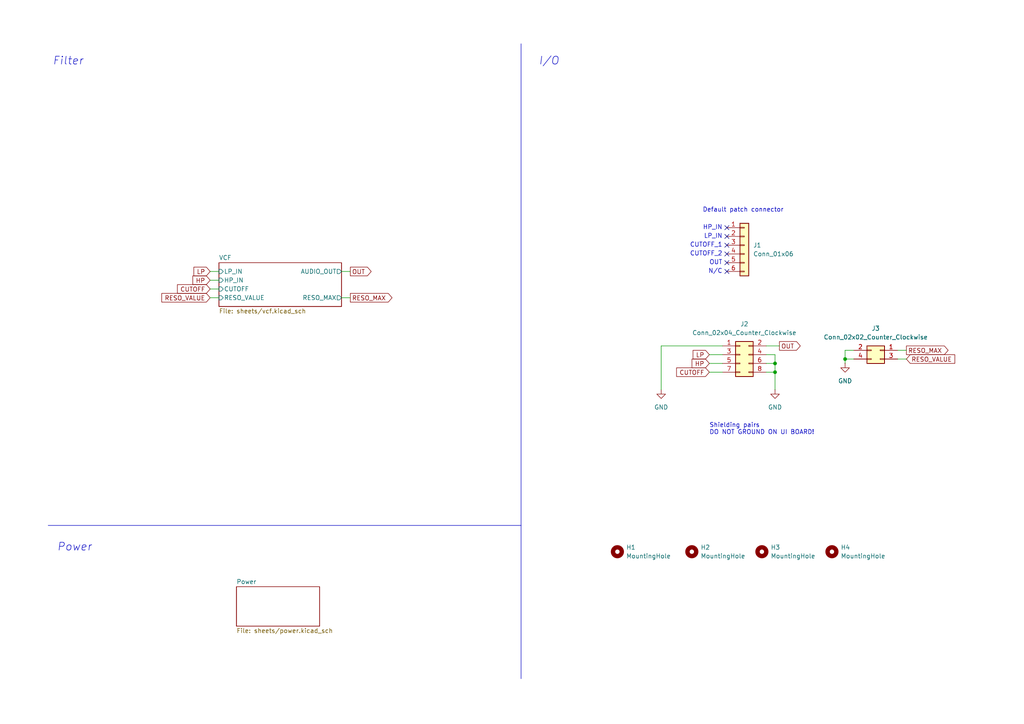
<source format=kicad_sch>
(kicad_sch (version 20250114) (generator "eeschema") (generator_version "9.0")
  (paper "A4")
  (lib_symbols
    (symbol "Connector_Generic:Conn_01x06" (pin_names (offset 1.016) (hide yes))
      (property "Reference" "J" (at 0 7.62 0))
      (property "Value" "Conn_01x06" (at 0 -10.16 0))
      (symbol "Conn_01x06_1_1"
        (rectangle (start -1.27 6.35) (end 1.27 -8.89) (stroke (width 0.254)) (fill (type background)))
        (rectangle (start -1.27 5.207) (end 0 4.953) (stroke (width 0.1524)))
        (rectangle (start -1.27 2.667) (end 0 2.413) (stroke (width 0.1524)))
        (rectangle (start -1.27 0.127) (end 0 -0.127) (stroke (width 0.1524)))
        (rectangle (start -1.27 -2.413) (end 0 -2.667) (stroke (width 0.1524)))
        (rectangle (start -1.27 -4.953) (end 0 -5.207) (stroke (width 0.1524)))
        (rectangle (start -1.27 -7.493) (end 0 -7.747) (stroke (width 0.1524)))
        (pin passive line (at -5.08 5.08 0) (length 3.81) (name "Pin_1") (number "1"))
        (pin passive line (at -5.08 2.54 0) (length 3.81) (name "Pin_2") (number "2"))
        (pin passive line (at -5.08 0 0) (length 3.81) (name "Pin_3") (number "3"))
        (pin passive line (at -5.08 -2.54 0) (length 3.81) (name "Pin_4") (number "4"))
        (pin passive line (at -5.08 -5.08 0) (length 3.81) (name "Pin_5") (number "5"))
        (pin passive line (at -5.08 -7.62 0) (length 3.81) (name "Pin_6") (number "6"))
      )
    )
    (symbol "Connector_Generic:Conn_02x02_Odd_Even" (pin_names (offset 1.016) (hide yes))
      (property "Reference" "J" (at 1.27 2.54 0))
      (property "Value" "Conn_02x02_Odd_Even" (at 1.27 -5.08 0))
      (symbol "Conn_02x02_Odd_Even_1_1"
        (rectangle (start -1.27 1.27) (end 3.81 -3.81) (stroke (width 0.254)) (fill (type background)))
        (rectangle (start -1.27 0.127) (end 0 -0.127) (stroke (width 0.1524)))
        (rectangle (start -1.27 -2.413) (end 0 -2.667) (stroke (width 0.1524)))
        (rectangle (start 3.81 0.127) (end 2.54 -0.127) (stroke (width 0.1524)))
        (rectangle (start 3.81 -2.413) (end 2.54 -2.667) (stroke (width 0.1524)))
        (pin passive line (at -5.08 0 0) (length 3.81) (name "Pin_1") (number "1"))
        (pin passive line (at -5.08 -2.54 0) (length 3.81) (name "Pin_3") (number "3"))
        (pin passive line (at 7.62 0 180) (length 3.81) (name "Pin_2") (number "2"))
        (pin passive line (at 7.62 -2.54 180) (length 3.81) (name "Pin_4") (number "4"))
      )
    )
    (symbol "Connector_Generic:Conn_02x04_Odd_Even" (pin_names (offset 1.016) (hide yes))
      (property "Reference" "J" (at 1.27 5.08 0))
      (property "Value" "Conn_02x04_Odd_Even" (at 1.27 -7.62 0))
      (symbol "Conn_02x04_Odd_Even_1_1"
        (rectangle (start -1.27 3.81) (end 3.81 -6.35) (stroke (width 0.254)) (fill (type background)))
        (rectangle (start -1.27 2.667) (end 0 2.413) (stroke (width 0.1524)))
        (rectangle (start -1.27 0.127) (end 0 -0.127) (stroke (width 0.1524)))
        (rectangle (start -1.27 -2.413) (end 0 -2.667) (stroke (width 0.1524)))
        (rectangle (start -1.27 -4.953) (end 0 -5.207) (stroke (width 0.1524)))
        (rectangle (start 3.81 2.667) (end 2.54 2.413) (stroke (width 0.1524)))
        (rectangle (start 3.81 0.127) (end 2.54 -0.127) (stroke (width 0.1524)))
        (rectangle (start 3.81 -2.413) (end 2.54 -2.667) (stroke (width 0.1524)))
        (rectangle (start 3.81 -4.953) (end 2.54 -5.207) (stroke (width 0.1524)))
        (pin passive line (at -5.08 2.54 0) (length 3.81) (name "Pin_1") (number "1"))
        (pin passive line (at -5.08 0 0) (length 3.81) (name "Pin_3") (number "3"))
        (pin passive line (at -5.08 -2.54 0) (length 3.81) (name "Pin_5") (number "5"))
        (pin passive line (at -5.08 -5.08 0) (length 3.81) (name "Pin_7") (number "7"))
        (pin passive line (at 7.62 2.54 180) (length 3.81) (name "Pin_2") (number "2"))
        (pin passive line (at 7.62 0 180) (length 3.81) (name "Pin_4") (number "4"))
        (pin passive line (at 7.62 -2.54 180) (length 3.81) (name "Pin_6") (number "6"))
        (pin passive line (at 7.62 -5.08 180) (length 3.81) (name "Pin_8") (number "8"))
      )
    )
    (symbol "Mechanical:MountingHole" (pin_names (offset 1.016)) (in_bom no)
      (property "Reference" "H" (at 0 5.08 0))
      (property "Value" "MountingHole" (at 0 3.175 0))
      (symbol "MountingHole_0_1"
        (circle (center 0 0) (radius 1.27) (stroke (width 1.27)))
      )
    )
    (symbol "power:GND" (power) (pin_numbers (hide yes)) (pin_names (offset 0) (hide yes))
      (property "Value" "GND" (at 0 -3.81 0))
      (symbol "GND_0_1"
        (polyline (pts (xy 0 0) (xy 0 -1.27) (xy 1.27 -1.27) (xy 0 -2.54) (xy -1.27 -1.27) (xy 0 -1.27)))
      )
      (symbol "GND_1_1"
        (pin power_in line (at 0 0 270) (length 0) (name "~") (number "1"))
      )
    )
  )
  (text "Power" (at 16.51 158.75 0) (effects (font (size 2.27 2.27) (italic yes)) (justify left)))
  (text "CUTOFF_1" (at 209.55 71.12 0) (effects (font (size 1.27 1.27)) (justify right)))
  (text "Default patch connector" (at 227.33 60.96 0) (effects (font (size 1.27 1.27)) (justify right)))
  (text "N/C" (at 209.55 78.74 0) (effects (font (size 1.27 1.27)) (justify right)))
  (text "HP_IN" (at 209.55 66.04 0) (effects (font (size 1.27 1.27)) (justify right)))
  (text "Shielding pairs\nDO NOT GROUND ON UI BOARD!" (at 205.74 124.46 0) (effects (font (size 1.27 1.27)) (justify left)))
  (text "OUT" (at 209.55 76.2 0) (effects (font (size 1.27 1.27)) (justify right)))
  (text "Filter" (at 15.24 17.78 0) (effects (font (size 2.27 2.27) (italic yes)) (justify left)))
  (text "LP_IN" (at 209.55 68.58 0) (effects (font (size 1.27 1.27)) (justify right)))
  (text "I/O" (at 156.21 17.78 0) (effects (font (size 2.27 2.27) (italic yes)) (justify left)))
  (text "CUTOFF_2" (at 209.55 73.66 0) (effects (font (size 1.27 1.27)) (justify right)))
  (junction (at 224.79 107.95))
  (junction (at 224.79 105.41))
  (junction (at 245.11 104.14))
  (no_connect (at 210.82 78.74))
  (no_connect (at 210.82 66.04))
  (no_connect (at 210.82 73.66))
  (no_connect (at 210.82 68.58))
  (no_connect (at 210.82 76.2))
  (no_connect (at 210.82 71.12))
  (wire (pts (xy 245.11 104.14) (xy 247.65 104.14)))
  (wire (pts (xy 245.11 104.14) (xy 245.11 105.41)))
  (wire (pts (xy 222.25 102.87) (xy 224.79 102.87)))
  (wire (pts (xy 222.25 100.33) (xy 226.06 100.33)))
  (wire (pts (xy 247.65 101.6) (xy 245.11 101.6)))
  (wire (pts (xy 224.79 105.41) (xy 224.79 107.95)))
  (wire (pts (xy 205.74 105.41) (xy 209.55 105.41)))
  (wire (pts (xy 205.74 107.95) (xy 209.55 107.95)))
  (wire (pts (xy 60.96 83.82) (xy 63.5 83.82)))
  (wire (pts (xy 222.25 107.95) (xy 224.79 107.95)))
  (wire (pts (xy 99.06 78.74) (xy 101.6 78.74)))
  (wire (pts (xy 191.77 113.03) (xy 191.77 100.33)))
  (wire (pts (xy 224.79 102.87) (xy 224.79 105.41)))
  (wire (pts (xy 262.89 101.6) (xy 260.35 101.6)))
  (wire (pts (xy 224.79 107.95) (xy 224.79 113.03)))
  (wire (pts (xy 222.25 105.41) (xy 224.79 105.41)))
  (wire (pts (xy 262.89 104.14) (xy 260.35 104.14)))
  (wire (pts (xy 99.06 86.36) (xy 101.6 86.36)))
  (polyline (pts (xy 151.13 12.7) (xy 151.13 196.85)))
  (wire (pts (xy 245.11 101.6) (xy 245.11 104.14)))
  (wire (pts (xy 60.96 78.74) (xy 63.5 78.74)))
  (wire (pts (xy 60.96 86.36) (xy 63.5 86.36)))
  (wire (pts (xy 205.74 102.87) (xy 209.55 102.87)))
  (wire (pts (xy 191.77 100.33) (xy 209.55 100.33)))
  (polyline (pts (xy 13.97 152.4) (xy 151.13 152.4)))
  (wire (pts (xy 60.96 81.28) (xy 63.5 81.28)))
  (global_label "CUTOFF" (shape input) (at 60.96 83.82 180) (property "Intersheetrefs" "${INTERSHEET_REFS}" (effects (hide yes))))
  (global_label "HP" (shape input) (at 205.74 105.41 180) (property "Intersheetrefs" "${INTERSHEET_REFS}" (effects (hide yes))))
  (global_label "RESO_VALUE" (shape input) (at 60.96 86.36 180) (property "Intersheetrefs" "${INTERSHEET_REFS}" (effects (hide yes))))
  (global_label "LP" (shape input) (at 205.74 102.87 180) (property "Intersheetrefs" "${INTERSHEET_REFS}" (effects (hide yes))))
  (global_label "OUT" (shape output) (at 226.06 100.33 0) (property "Intersheetrefs" "${INTERSHEET_REFS}" (effects (hide yes))))
  (global_label "HP" (shape input) (at 60.96 81.28 180) (property "Intersheetrefs" "${INTERSHEET_REFS}" (effects (hide yes))))
  (global_label "RESO_VALUE" (shape input) (at 262.89 104.14 0) (property "Intersheetrefs" "${INTERSHEET_REFS}" (effects (hide yes))))
  (global_label "RESO_MAX" (shape output) (at 262.89 101.6 0) (property "Intersheetrefs" "${INTERSHEET_REFS}" (effects (hide yes))))
  (global_label "OUT" (shape output) (at 101.6 78.74 0) (property "Intersheetrefs" "${INTERSHEET_REFS}" (effects (hide yes))))
  (global_label "LP" (shape input) (at 60.96 78.74 180) (property "Intersheetrefs" "${INTERSHEET_REFS}" (effects (hide yes))))
  (global_label "CUTOFF" (shape input) (at 205.74 107.95 180) (property "Intersheetrefs" "${INTERSHEET_REFS}" (effects (hide yes))))
  (global_label "RESO_MAX" (shape output) (at 101.6 86.36 0) (property "Intersheetrefs" "${INTERSHEET_REFS}" (effects (hide yes))))
  (symbol (lib_id "Connector_Generic:Conn_02x04_Odd_Even") (at 214.63 102.87 0) (unit 1)
    (property "Reference" "J2" (at 215.9 93.98 0))
    (property "Value" "Conn_02x04_Counter_Clockwise" (at 215.9 96.52 0))
    (property "Footprint" "Connector_PinHeader_2.54mm:PinHeader_2x04_P2.54mm_Vertical" (effects (hide yes)))
    (property "Description" "Generic connector, double row, 02x04, odd/even pin numbering scheme (row 1 odd numbers, row 2 even numbers), script generated (kicad-library-utils/schlib/autogen/connector/)" (effects (hide yes)))
  )
  (symbol (lib_id "Connector_Generic:Conn_02x02_Odd_Even") (at 255.27 101.6 0) (mirror y) (unit 1)
    (property "Reference" "J3" (at 254 95.25 0))
    (property "Value" "Conn_02x02_Counter_Clockwise" (at 254 97.79 0))
    (property "Footprint" "Connector_PinHeader_2.54mm:PinHeader_2x02_P2.54mm_Vertical" (effects (hide yes)))
    (property "Description" "Generic connector, double row, 02x02, odd/even pin numbering scheme (row 1 odd numbers, row 2 even numbers), script generated (kicad-library-utils/schlib/autogen/connector/)" (effects (hide yes)))
    (property "Part URL" "https://mou.sr/3TDBcz9" (effects (hide yes)))
    (property "Vendor" "Mouser" (effects (hide yes)))
    (property "CHECKED" "YES" (effects (hide yes)))
    (property "Mouser Part no." "200-HTSW10207TD" (effects (hide yes)))
  )
  (symbol (lib_id "power:GND") (at 224.79 113.03 0) (unit 1)
    (property "Reference" "#PWR01" (effects (hide yes)))
    (property "Value" "GND" (at 224.79 118.11 0))
    (property "Description" "Power symbol creates a global label with name \"GND\" , ground" (effects (hide yes)))
  )
  (symbol (lib_id "Mechanical:MountingHole") (at 200.66 160.02 0) (unit 1) (in_bom no)
    (property "Reference" "H2" (at 203.2 158.7499 0) (effects (justify left)))
    (property "Value" "MountingHole" (at 203.2 161.2899 0) (effects (justify left)))
    (property "Footprint" "MountingHole:MountingHole_3.2mm_M3_DIN965_Pad" (effects (hide yes)))
    (property "Description" "Mounting Hole without connection" (effects (hide yes)))
    (property "CHECKED" "YES" (effects (hide yes)))
  )
  (symbol (lib_id "Mechanical:MountingHole") (at 179.07 160.02 0) (unit 1) (in_bom no)
    (property "Reference" "H1" (at 181.61 158.7499 0) (effects (justify left)))
    (property "Value" "MountingHole" (at 181.61 161.2899 0) (effects (justify left)))
    (property "Footprint" "MountingHole:MountingHole_3.2mm_M3_DIN965_Pad" (effects (hide yes)))
    (property "Description" "Mounting Hole without connection" (effects (hide yes)))
    (property "CHECKED" "YES" (effects (hide yes)))
  )
  (symbol (lib_id "Connector_Generic:Conn_01x06") (at 215.9 71.12 0) (unit 1)
    (property "Reference" "J1" (at 218.44 71.1199 0) (effects (justify left)))
    (property "Value" "Conn_01x06" (at 218.44 73.6599 0) (effects (justify left)))
    (property "Footprint" "Connector_PinHeader_2.54mm:PinHeader_1x06_P2.54mm_Vertical" (effects (hide yes)))
    (property "Description" "Generic connector, single row, 01x06, script generated (kicad-library-utils/schlib/autogen/connector/)" (effects (hide yes)))
    (property "Part URL" "https://mou.sr/40bhVZG" (effects (hide yes)))
    (property "Vendor" "Mouser" (effects (hide yes)))
    (property "CHECKED" "YES" (effects (hide yes)))
    (property "Mouser Part no." "474-PRT-09280" (effects (hide yes)))
  )
  (symbol (lib_id "power:GND") (at 245.11 105.41 0) (mirror y) (unit 1)
    (property "Reference" "#PWR02" (effects (hide yes)))
    (property "Value" "GND" (at 245.11 110.49 0))
    (property "Description" "Power symbol creates a global label with name \"GND\" , ground" (effects (hide yes)))
  )
  (symbol (lib_id "Mechanical:MountingHole") (at 220.98 160.02 0) (unit 1) (in_bom no)
    (property "Reference" "H3" (at 223.52 158.7499 0) (effects (justify left)))
    (property "Value" "MountingHole" (at 223.52 161.2899 0) (effects (justify left)))
    (property "Footprint" "MountingHole:MountingHole_3.2mm_M3_DIN965_Pad" (effects (hide yes)))
    (property "Description" "Mounting Hole without connection" (effects (hide yes)))
    (property "CHECKED" "YES" (effects (hide yes)))
  )
  (symbol (lib_id "Mechanical:MountingHole") (at 241.3 160.02 0) (unit 1) (in_bom no)
    (property "Reference" "H4" (at 243.84 158.7499 0) (effects (justify left)))
    (property "Value" "MountingHole" (at 243.84 161.2899 0) (effects (justify left)))
    (property "Footprint" "MountingHole:MountingHole_3.2mm_M3_DIN965_Pad" (effects (hide yes)))
    (property "Description" "Mounting Hole without connection" (effects (hide yes)))
    (property "CHECKED" "YES" (effects (hide yes)))
  )
  (symbol (lib_id "power:GND") (at 191.77 113.03 0) (unit 1)
    (property "Reference" "#PWR042" (effects (hide yes)))
    (property "Value" "GND" (at 191.77 118.11 0))
    (property "Description" "Power symbol creates a global label with name \"GND\" , ground" (effects (hide yes)))
  )
  (sheet (at 63.5 76.2) (size 35.56 12.7) (stroke (width 0.1524))
    (property "Sheetname" "VCF" (at 63.5 75.4884 0) (effects (justify left bottom)))
    (property "Sheetfile" "sheets/vcf.kicad_sch" (at 63.5 89.4846 0) (effects (justify left top)))
    (pin "AUDIO_OUT" output (at 99.06 78.74 0))
    (pin "CUTOFF" input (at 63.5 83.82 180))
    (pin "HP_IN" input (at 63.5 81.28 180))
    (pin "LP_IN" input (at 63.5 78.74 180))
    (pin "RESO_MAX" output (at 99.06 86.36 0))
    (pin "RESO_VALUE" input (at 63.5 86.36 180))
  )
  (sheet (at 68.58 170.18) (size 24.13 11.43) (stroke (width 0.1524))
    (property "Sheetname" "Power" (at 68.58 169.4684 0) (effects (justify left bottom)))
    (property "Sheetfile" "sheets/power.kicad_sch" (at 68.58 182.1946 0) (effects (justify left top)))
  )
)
</source>
